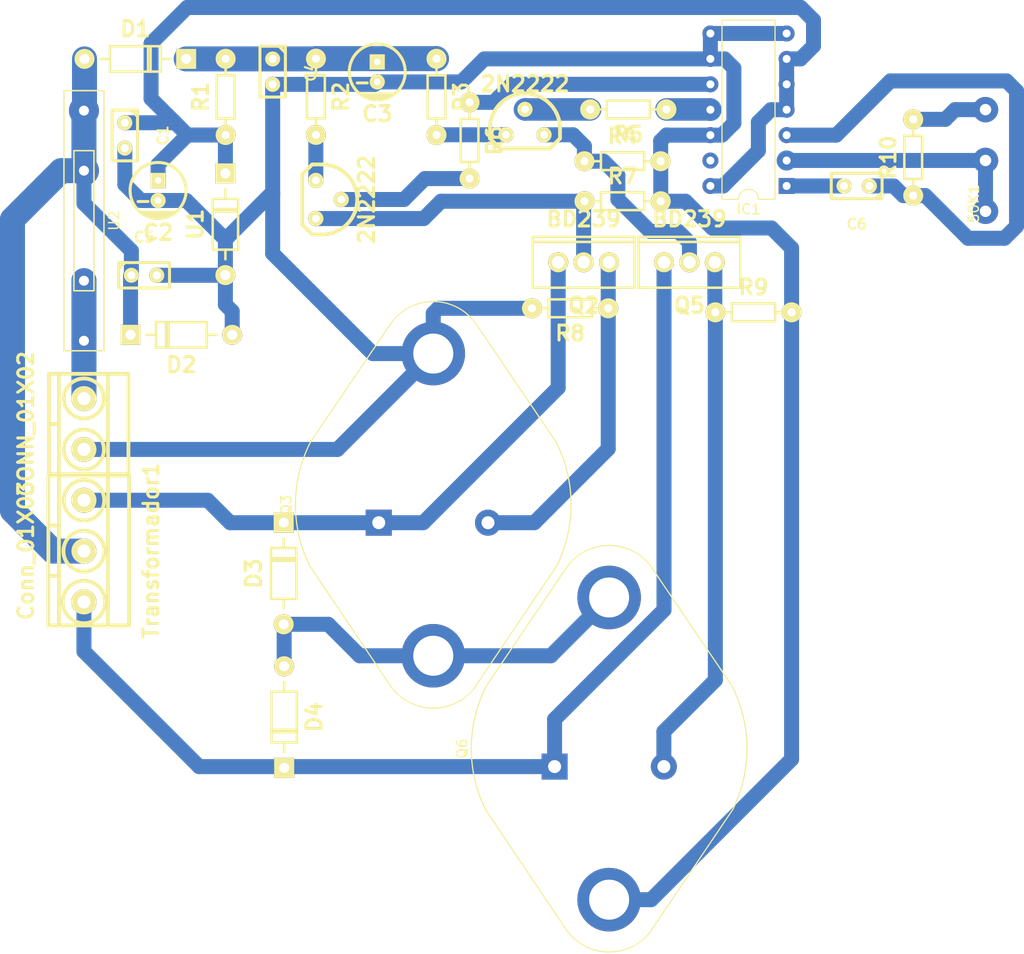
<source format=kicad_pcb>
(kicad_pcb (version 20211014) (generator pcbnew)
  (layers (0 "F.Cu" signal) (31 "B.Cu" signal) (34 "B.Paste" user) (35 "F.Paste" user) (36 "B.SilkS" user "B.Silkscreen") (37 "F.SilkS" user "F.Silkscreen") (38 "B.Mask" user) (39 "F.Mask" user) (44 "Edge.Cuts" user))
  (net 0 "")
  (net 1 "VCC")
  (net 2 "GND")
  (net 3 "Net-(50K1-Pad1)")
  (net 4 "Net-(50K1-Pad2)")
  (net 5 "Net-(C1-Pad1)")
  (net 6 "Net-(C3-Pad1)")
  (net 7 "Net-(C5-Pad1)")
  (net 8 "Net-(C6-Pad1)")
  (net 9 "Net-(C6-Pad2)")
  (net 10 "Net-(D4-Pad2)")
  (net 11 "Net-(D3-Pad2)")
  (net 12 "Net-(IC1-Pad10)")
  (net 14 "Net-(Q2-Pad3)")
  (net 15 "Net-(Q1-Pad3)")
  (net 16 "Net-(Q5-Pad3)")
  (net 17 "Net-(Q4-Pad3)")
  (net 18 "Net-(Q1-Pad1)")
  (net 19 "Net-(Q4-Pad1)")
  (net 20 "Net-(Q4-Pad2)")
  (net 21 "Net-(Q1-Pad2)")
  (net 22 "Net-(IC1-Pad11)")
  (footprint "EESTN5:RES0.3" (layer "F.Cu") (at 76.525 96.835 -90)
    (fp_text reference "R2" (at 0 -2.5 90) (layer "F.SilkS") (effects (font (size 1.5 1.5) (thickness 0.3))))
    (fp_text value "100 1/2W" hide)
    (fp_line (start -2.159 0.889) (end 2.159 0.889) (layer "F.SilkS") (width 0.254))
    (fp_line (start 2.159 -0.889) (end -2.159 -0.889) (layer "F.SilkS") (width 0.254))
    (fp_line (start -2.159 -0.889) (end -2.159 0.889) (layer "F.SilkS") (width 0.254))
    (fp_line (start -2.159 0) (end -3.81 0) (layer "F.SilkS") (width 0.254))
    (fp_line (start 2.159 0) (end 3.81 0) (layer "F.SilkS") (width 0.254))
    (fp_line (start 2.159 0.889) (end 2.159 -0.889) (layer "F.SilkS") (width 0.254))
    (pad "1" thru_hole circle locked (at -3.81 0 270) (size 1.99898 1.99898) (drill 0.8001) (layers *.Cu *.Mask "F.SilkS") (net 6 "Net-(C3-Pad1)"))
    (pad "2" thru_hole circle locked (at 3.81 0 270) (size 1.99898 1.99898) (drill 0.8001) (layers *.Cu *.Mask "F.SilkS") (net 18 "Net-(Q1-Pad1)"))
  )
  (footprint "EESTN5:TO-220" (layer "F.Cu") (at 113.85 113.375)
    (fp_text reference "Q5" (at 0 4.318) (layer "F.SilkS") (effects (font (size 1.524 1.524) (thickness 0.3048))))
    (fp_text value "BD239" (at 0 -4.318) (layer "F.SilkS") (effects (font (size 1.524 1.524) (thickness 0.3048))))
    (fp_line (start 5.08 2.54) (end 5.08 -2.54) (layer "F.SilkS") (width 0.254))
    (fp_line (start -5.08 -2.032) (end 5.08 -2.032) (layer "F.SilkS") (width 0.254))
    (fp_line (start 5.08 -2.54) (end -5.08 -2.54) (layer "F.SilkS") (width 0.254))
    (fp_line (start -5.08 2.54) (end 5.08 2.54) (layer "F.SilkS") (width 0.254))
    (fp_line (start -5.08 -2.54) (end -5.08 -1.27) (layer "F.SilkS") (width 0.254))
    (fp_line (start -5.08 -1.27) (end -5.08 2.54) (layer "F.SilkS") (width 0.254))
    (pad "1" thru_hole circle locked (at -2.54 0) (size 2 2) (drill 1.24968) (layers *.Cu *.Mask "F.SilkS") (net 10 "Net-(D4-Pad2)"))
    (pad "2" thru_hole circle locked (at 0 0) (size 2 2) (drill 1.24968) (layers *.Cu *.Mask "F.SilkS") (net 17 "Net-(Q4-Pad3)"))
    (pad "3" thru_hole circle locked (at 2.54 0) (size 2 2) (drill 1.24968) (layers *.Cu *.Mask "F.SilkS") (net 16 "Net-(Q5-Pad3)"))
  )
  (footprint "EESTN5:FUSIBLE" (layer "F.Cu") (at 53.34 109.22 -90)
    (fp_text reference "U2" (at 0 -3 90) (layer "F.SilkS"))
    (fp_text value "FUSIBLE")
    (fp_line (start -13 2) (end 13 2) (layer "F.SilkS") (width 0.15))
    (fp_line (start 7 1) (end -6 1) (layer "F.SilkS") (width 0.15))
    (fp_line (start -7 1) (end -7 -1) (layer "F.SilkS") (width 0.15))
    (fp_line (start 12 -2) (end -13 -2) (layer "F.SilkS") (width 0.15))
    (fp_line (start 7 -1) (end 7 1) (layer "F.SilkS") (width 0.15))
    (fp_line (start -6 1) (end -7 1) (layer "F.SilkS") (width 0.15))
    (fp_line (start -7 -1) (end 7 -1) (layer "F.SilkS") (width 0.15))
    (fp_line (start -13 -2) (end -13 2) (layer "F.SilkS") (width 0.15))
    (fp_line (start 13 2) (end 13 -2) (layer "F.SilkS") (width 0.15))
    (fp_line (start 13 -2) (end 12 -2) (layer "F.SilkS") (width 0.15))
    (pad "1" thru_hole circle locked (at -11 0 270) (size 3 3) (drill 1) (layers *.Cu *.Mask) (net 7 "Net-(C5-Pad1)"))
    (pad "1" thru_hole circle locked (at -5 0 270) (size 3 3) (drill 1) (layers *.Cu *.Mask) (net 7 "Net-(C5-Pad1)"))
    (pad "2" thru_hole circle locked (at 6 0 270) (size 2.5 2.5) (drill 1) (layers *.Cu *.Mask) (net 1 "VCC"))
    (pad "2" thru_hole circle locked (at 12 0 270) (size 2.5 2.5) (drill 1) (layers *.Cu *.Mask) (net 1 "VCC"))
  )
  (footprint "EESTN5:RES0.3" (layer "F.Cu") (at 88.575 96.85 -90)
    (fp_text reference "R3" (at 0 -2.5 90) (layer "F.SilkS") (effects (font (size 1.5 1.5) (thickness 0.3))))
    (fp_text value "100 1/2W" hide)
    (fp_line (start 2.159 -0.889) (end -2.159 -0.889) (layer "F.SilkS") (width 0.254))
    (fp_line (start 2.159 0.889) (end 2.159 -0.889) (layer "F.SilkS") (width 0.254))
    (fp_line (start 2.159 0) (end 3.81 0) (layer "F.SilkS") (width 0.254))
    (fp_line (start -2.159 0.889) (end 2.159 0.889) (layer "F.SilkS") (width 0.254))
    (fp_line (start -2.159 0) (end -3.81 0) (layer "F.SilkS") (width 0.254))
    (fp_line (start -2.159 -0.889) (end -2.159 0.889) (layer "F.SilkS") (width 0.254))
    (pad "1" thru_hole circle locked (at -3.81 0 270) (size 1.99898 1.99898) (drill 0.8001) (layers *.Cu *.Mask "F.SilkS") (net 6 "Net-(C3-Pad1)"))
    (pad "2" thru_hole circle locked (at 3.81 0 270) (size 1.99898 1.99898) (drill 0.8001) (layers *.Cu *.Mask "F.SilkS") (net 19 "Net-(Q4-Pad1)"))
  )
  (footprint "EESTN5:CAP_ELEC_5x11mm" (layer "F.Cu") (at 82.65 94.35 180)
    (fp_text reference "C3" (at 0 -4.2) (layer "F.SilkS") (effects (font (size 1.524 1.524) (thickness 0.3048))))
    (fp_text value "100uf" hide)
    (fp_line (start -0.8 -2.6) (end 0.8 -2.6) (layer "F.SilkS") (width 0.3048))
    (fp_line (start -1.3 -2.4) (end 1.3 -2.4) (layer "F.SilkS") (width 0.3048))
    (fp_line (start 1 -1.1) (end 2 -1.1) (layer "F.SilkS") (width 0.3))
    (fp_line (start -1.7 -2.2) (end 1.7 -2.2) (layer "F.SilkS") (width 0.3048))
    (fp_circle (center 0 0) (end 2.8 0) (layer "F.SilkS") (width 0.3048) (fill none))
    (pad "1" thru_hole rect locked (at 0 1 180) (size 1.524 1.524) (drill 0.65) (layers *.Cu *.Mask "F.SilkS") (net 6 "Net-(C3-Pad1)"))
    (pad "2" thru_hole circle locked (at 0 -1 180) (size 1.524 1.524) (drill 0.65) (layers *.Cu *.Mask "F.SilkS") (net 2 "GND"))
  )
  (footprint "EESTN5:Potenciometro" (layer "F.Cu") (at 143.44 103.2 -90)
    (fp_text reference "50K1" (at 4.33 1.17 90) (layer "F.SilkS"))
    (fp_text value "POT")
    (pad "1" thru_hole circle locked (at -5.08 0 270) (size 2.54 2.54) (drill 1.143) (layers *.Cu *.Mask) (net 3 "Net-(50K1-Pad1)"))
    (pad "2" thru_hole circle locked (at 0 0 270) (size 2.54 2.54) (drill 1.143) (layers *.Cu *.Mask) (net 4 "Net-(50K1-Pad2)"))
    (pad "3" thru_hole circle locked (at 5.08 0 270) (size 2.54 2.54) (drill 1.143) (layers *.Cu *.Mask) (net 4 "Net-(50K1-Pad2)"))
  )
  (footprint "EESTN5:RES0.3" (layer "F.Cu") (at 67.5 96.85 90)
    (fp_text reference "R1" (at 0 -2.5 90) (layer "F.SilkS") (effects (font (size 1.5 1.5) (thickness 0.3))))
    (fp_text value "220" hide)
    (fp_line (start -2.159 -0.889) (end -2.159 0.889) (layer "F.SilkS") (width 0.254))
    (fp_line (start -2.159 0.889) (end 2.159 0.889) (layer "F.SilkS") (width 0.254))
    (fp_line (start 2.159 -0.889) (end -2.159 -0.889) (layer "F.SilkS") (width 0.254))
    (fp_line (start -2.159 0) (end -3.81 0) (layer "F.SilkS") (width 0.254))
    (fp_line (start 2.159 0) (end 3.81 0) (layer "F.SilkS") (width 0.254))
    (fp_line (start 2.159 0.889) (end 2.159 -0.889) (layer "F.SilkS") (width 0.254))
    (pad "1" thru_hole circle locked (at -3.81 0 90) (size 1.99898 1.99898) (drill 0.8001) (layers *.Cu *.Mask "F.SilkS") (net 5 "Net-(C1-Pad1)"))
    (pad "2" thru_hole circle locked (at 3.81 0 90) (size 1.99898 1.99898) (drill 0.8001) (layers *.Cu *.Mask "F.SilkS") (net 6 "Net-(C3-Pad1)"))
  )
  (footprint "EESTN5:RES0.3" (layer "F.Cu") (at 107.74 98.1 180)
    (fp_text reference "R5" (at 0 -2.5) (layer "F.SilkS") (effects (font (size 1.5 1.5) (thickness 0.3))))
    (fp_text value "1K" hide)
    (fp_line (start 2.159 -0.889) (end -2.159 -0.889) (layer "F.SilkS") (width 0.254))
    (fp_line (start 2.159 0) (end 3.81 0) (layer "F.SilkS") (width 0.254))
    (fp_line (start 2.159 0.889) (end 2.159 -0.889) (layer "F.SilkS") (width 0.254))
    (fp_line (start -2.159 0.889) (end 2.159 0.889) (layer "F.SilkS") (width 0.254))
    (fp_line (start -2.159 0) (end -3.81 0) (layer "F.SilkS") (width 0.254))
    (fp_line (start -2.159 -0.889) (end -2.159 0.889) (layer "F.SilkS") (width 0.254))
    (pad "1" thru_hole circle locked (at -3.81 0 180) (size 1.99898 1.99898) (drill 0.8001) (layers *.Cu *.Mask "F.SilkS") (net 22 "Net-(IC1-Pad11)"))
    (pad "2" thru_hole circle locked (at 3.81 0 180) (size 1.99898 1.99898) (drill 0.8001) (layers *.Cu *.Mask "F.SilkS") (net 20 "Net-(Q4-Pad2)"))
  )
  (footprint "EESTN5:DO-41" (layer "F.Cu") (at 58.475 93.05)
    (fp_text reference "D1" (at 0 -3) (layer "F.SilkS") (effects (font (size 1.524 1.524) (thickness 0.3048))))
    (fp_text value "1N4004" hide)
    (fp_line (start 1.27 -1.27) (end 1.27 1.27) (layer "F.SilkS") (width 0.254))
    (fp_line (start -2.54 -1.27) (end 2.54 -1.27) (layer "F.SilkS") (width 0.254))
    (fp_line (start 1.524 1.27) (end 1.524 -1.27) (layer "F.SilkS") (width 0.254))
    (fp_line (start 2.54 -1.27) (end 2.54 1.27) (layer "F.SilkS") (width 0.254))
    (fp_line (start -2.54 0) (end -3.5 0) (layer "F.SilkS") (width 0.254))
    (fp_line (start 3.5 0) (end 2.54 0) (layer "F.SilkS") (width 0.254))
    (fp_line (start -2.54 -1.27) (end -2.54 1.27) (layer "F.SilkS") (width 0.254))
    (fp_line (start 2.54 1.27) (end -2.54 1.27) (layer "F.SilkS") (width 0.254))
    (pad "1" thru_hole circle locked (at -5.08 0) (size 1.99898 1.99898) (drill 1.00076) (layers *.Cu *.Mask "F.SilkS") (net 7 "Net-(C5-Pad1)"))
    (pad "2" thru_hole rect locked (at 5.08 0) (size 1.99898 1.99898) (drill 1.00076) (layers *.Cu *.Mask "F.SilkS") (net 6 "Net-(C3-Pad1)"))
  )
  (footprint "Package_TO_SOT_THT:TO-3" (layer "F.Cu") (at 82.8 139.4 90)
    (fp_text reference "Q3" (at 1.8 -9.25 90) (layer "F.SilkS"))
    (fp_text value "2N3772")
    (fp_line (start 8.1 17.7) (end 19.9 9.7) (layer "F.SilkS") (width 0.12))
    (fp_line (start -4.3 -6.9) (end -16.2 1.1) (layer "F.SilkS") (width 0.12))
    (fp_line (start 8.1 -6.8) (end 19.9 1.2) (layer "F.SilkS") (width 0.12))
    (fp_line (start -4.3 17.8) (end -16.3 9.7) (layer "F.SilkS") (width 0.12))
    (fp_arc (start -4.3 -6.9) (mid 1.971643 -8.323273) (end 8.20587 -6.744152) (layer "F.SilkS") (width 0.12))
    (fp_arc (start -16.276967 9.747694) (mid -18.527843 5.403471) (end -16.2 1.1) (layer "F.SilkS") (width 0.12))
    (fp_arc (start 8.20587 17.644152) (mid 1.971643 19.223273) (end -4.3 17.8) (layer "F.SilkS") (width 0.12))
    (fp_arc (start 19.9 1.2) (mid 22.101343 5.542388) (end 19.747176 9.803859) (layer "F.SilkS") (width 0.12))
    (pad "1" thru_hole rect (at 0 0 90) (size 2.6 2.6) (drill 1.3) (layers *.Cu *.Mask) (net 11 "Net-(D3-Pad2)"))
    (pad "2" thru_hole circle (at 0 10.92 90) (size 2.6 2.6) (drill 1.3) (layers *.Cu *.Mask) (net 14 "Net-(Q2-Pad3)"))
    (pad "3" thru_hole circle (at -13.3 5.45 90) (size 6.35 6.35) (drill 4) (layers *.Cu *.Mask) (net 2 "GND"))
    (pad "3" thru_hole circle (at 16.9 5.45 90) (size 6.35 6.35) (drill 4) (layers *.Cu *.Mask) (net 2 "GND"))
  )
  (footprint "EESTN5:to92" (layer "F.Cu") (at 97.415 100)
    (fp_text reference "Q4" hide)
    (fp_text value "2N2222" (at 0 -4.445) (layer "F.SilkS") (effects (font (size 1.524 1.524) (thickness 0.3048))))
    (fp_line (start 2.54 2) (end -2.54 2) (layer "F.SilkS") (width 0.381))
    (fp_line (start 3.5 1) (end 3.5 0) (layer "F.SilkS") (width 0.381))
    (fp_line (start -3.5 1) (end -3.5 0) (layer "F.SilkS") (width 0.381))
    (fp_line (start 2.5 2) (end 3.5 1) (layer "F.SilkS") (width 0.381))
    (fp_line (start -2.5 2) (end -3.5 1) (layer "F.SilkS") (width 0.381))
    (fp_arc (start -3.5 0) (mid 0 -3.5) (end 3.5 0) (layer "F.SilkS") (width 0.381))
    (pad "1" thru_hole circle locked (at -1.905 0.635) (size 1.524 1.524) (drill 0.762) (layers *.Cu *.Mask "F.SilkS") (net 19 "Net-(Q4-Pad1)"))
    (pad "2" thru_hole circle locked (at 0 -1.905) (size 1.524 1.524) (drill 0.762) (layers *.Cu *.Mask "F.SilkS") (net 20 "Net-(Q4-Pad2)"))
    (pad "3" thru_hole circle locked (at 1.905 0.635) (size 1.524 1.524) (drill 0.762) (layers *.Cu *.Mask "F.SilkS") (net 17 "Net-(Q4-Pad3)"))
  )
  (footprint "EESTN5:RES0.3" (layer "F.Cu") (at 107.175 107.275)
    (fp_text reference "R7" (at 0 -2.5) (layer "F.SilkS") (effects (font (size 1.5 1.5) (thickness 0.3))))
    (fp_text value "1K" hide)
    (fp_line (start -2.159 0) (end -3.81 0) (layer "F.SilkS") (width 0.254))
    (fp_line (start 2.159 0) (end 3.81 0) (layer "F.SilkS") (width 0.254))
    (fp_line (start -2.159 0.889) (end 2.159 0.889) (layer "F.SilkS") (width 0.254))
    (fp_line (start 2.159 -0.889) (end -2.159 -0.889) (layer "F.SilkS") (width 0.254))
    (fp_line (start 2.159 0.889) (end 2.159 -0.889) (layer "F.SilkS") (width 0.254))
    (fp_line (start -2.159 -0.889) (end -2.159 0.889) (layer "F.SilkS") (width 0.254))
    (pad "1" thru_hole circle locked (at -3.81 0) (size 1.99898 1.99898) (drill 0.8001) (layers *.Cu *.Mask "F.SilkS") (net 15 "Net-(Q1-Pad3)"))
    (pad "2" thru_hole circle locked (at 3.81 0) (size 1.99898 1.99898) (drill 0.8001) (layers *.Cu *.Mask "F.SilkS") (net 2 "GND"))
  )
  (footprint "EESTN5:RES0.3" (layer "F.Cu") (at 120.25 118.375)
    (fp_text reference "R9" (at 0 -2.5) (layer "F.SilkS") (effects (font (size 1.5 1.5) (thickness 0.3))))
    (fp_text value "6.8 1W" hide)
    (fp_line (start 2.159 -0.889) (end -2.159 -0.889) (layer "F.SilkS") (width 0.254))
    (fp_line (start -2.159 0) (end -3.81 0) (layer "F.SilkS") (width 0.254))
    (fp_line (start 2.159 0) (end 3.81 0) (layer "F.SilkS") (width 0.254))
    (fp_line (start -2.159 -0.889) (end -2.159 0.889) (layer "F.SilkS") (width 0.254))
    (fp_line (start -2.159 0.889) (end 2.159 0.889) (layer "F.SilkS") (width 0.254))
    (fp_line (start 2.159 0.889) (end 2.159 -0.889) (layer "F.SilkS") (width 0.254))
    (pad "1" thru_hole circle locked (at -3.81 0) (size 1.99898 1.99898) (drill 0.8001) (layers *.Cu *.Mask "F.SilkS") (net 16 "Net-(Q5-Pad3)"))
    (pad "2" thru_hole circle locked (at 3.81 0) (size 1.99898 1.99898) (drill 0.8001) (layers *.Cu *.Mask "F.SilkS") (net 2 "GND"))
  )
  (footprint "Package_DIP:DIP-14_W7.62mm" (layer "F.Cu") (at 123.565 105.75 180)
    (fp_text reference "IC1" (at 3.81 -2.33) (layer "F.SilkS"))
    (fp_text value "4047")
    (fp_line (start 2.81 -1.33) (end 1.16 -1.33) (layer "F.SilkS") (width 0.12))
    (fp_line (start 6.46 -1.33) (end 4.81 -1.33) (layer "F.SilkS") (width 0.12))
    (fp_line (start 1.16 -1.33) (end 1.16 16.57) (layer "F.SilkS") (width 0.12))
    (fp_line (start 1.16 16.57) (end 6.46 16.57) (layer "F.SilkS") (width 0.12))
    (fp_line (start 6.46 16.57) (end 6.46 -1.33) (layer "F.SilkS") (width 0.12))
    (fp_arc (start 4.81 -1.33) (mid 3.81 -0.33) (end 2.81 -1.33) (layer "F.SilkS") (width 0.12))
    (pad "1" thru_hole rect (at 0 0 180) (size 1.6 1.6) (drill 0.8) (layers *.Cu *.Mask) (net 9 "Net-(C6-Pad2)"))
    (pad "2" thru_hole oval (at 0 2.54 180) (size 1.6 1.6) (drill 0.8) (layers *.Cu *.Mask) (net 4 "Net-(50K1-Pad2)"))
    (pad "3" thru_hole oval (at 0 5.08 180) (size 1.6 1.6) (drill 0.8) (layers *.Cu *.Mask) (net 8 "Net-(C6-Pad1)"))
    (pad "4" thru_hole oval (at 0 7.62 180) (size 1.6 1.6) (drill 0.8) (layers *.Cu *.Mask) (net 5 "Net-(C1-Pad1)"))
    (pad "5" thru_hole oval (at 0 10.16 180) (size 1.6 1.6) (drill 0.8) (layers *.Cu *.Mask) (net 5 "Net-(C1-Pad1)"))
    (pad "6" thru_hole oval (at 0 12.7 180) (size 1.6 1.6) (drill 0.8) (layers *.Cu *.Mask) (net 5 "Net-(C1-Pad1)"))
    (pad "7" thru_hole oval (at 0 15.24 180) (size 1.6 1.6) (drill 0.8) (layers *.Cu *.Mask) (net 2 "GND"))
    (pad "8" thru_hole oval (at 7.62 15.24 180) (size 1.6 1.6) (drill 0.8) (layers *.Cu *.Mask) (net 2 "GND"))
    (pad "9" thru_hole oval (at 7.62 12.7 180) (size 1.6 1.6) (drill 0.8) (layers *.Cu *.Mask) (net 2 "GND"))
    (pad "10" thru_hole oval (at 7.62 10.16 180) (size 1.6 1.6) (drill 0.8) (layers *.Cu *.Mask) (net 12 "Net-(IC1-Pad10)"))
    (pad "11" thru_hole oval (at 7.62 7.62 180) (size 1.6 1.6) (drill 0.8) (layers *.Cu *.Mask) (net 22 "Net-(IC1-Pad11)"))
    (pad "12" thru_hole oval (at 7.62 5.08 180) (size 1.6 1.6) (drill 0.8) (layers *.Cu *.Mask) (net 2 "GND"))
    (pad "13" thru_hole oval (at 7.62 2.54 180) (size 1.6 1.6) (drill 0.8) (layers *.Cu *.Mask))
    (pad "14" thru_hole oval (at 7.62 0 180) (size 1.6 1.6) (drill 0.8) (layers *.Cu *.Mask) (net 5 "Net-(C1-Pad1)"))
  )
  (footprint "EESTN5:CAP_0.1" (layer "F.Cu") (at 57.425 100.7 -90)
    (fp_text reference "C1" (at 0 -3.81 90) (layer "F.SilkS") (effects (font (size 1.016 1.016) (thickness 0.2032))))
    (fp_text value "10nf" hide)
    (fp_line (start 2.54 -1.27) (end 2.54 1.27) (layer "F.SilkS") (width 0.3048))
    (fp_line (start 2.54 1.27) (end -2.54 1.27) (layer "F.SilkS") (width 0.3048))
    (fp_line (start -2.54 1.27) (end -2.54 -1.27) (layer "F.SilkS") (width 0.3048))
    (fp_line (start -2.4892 -1.27) (end 2.54 -1.27) (layer "F.SilkS") (width 0.3048))
    (fp_line (start -2.54 -0.635) (end -1.905 -1.27) (layer "F.SilkS") (width 0.3048))
    (pad "1" thru_hole circle locked (at -1.27 0 270) (size 1.50114 1.50114) (drill 0.8001) (layers *.Cu *.Mask "F.SilkS") (net 5 "Net-(C1-Pad1)"))
    (pad "2" thru_hole circle locked (at 1.27 0 270) (size 1.50114 1.50114) (drill 0.8001) (layers *.Cu *.Mask "F.SilkS") (net 2 "GND"))
  )
  (footprint "EESTN5:CAP_ELEC_5x11mm" (layer "F.Cu") (at 60.75 106.2 180)
    (fp_text reference "C2" (at 0 -4.2) (layer "F.SilkS") (effects (font (size 1.524 1.524) (thickness 0.3048))))
    (fp_text value "47uf" hide)
    (fp_line (start -0.8 -2.6) (end 0.8 -2.6) (layer "F.SilkS") (width 0.3048))
    (fp_line (start 1 -1.1) (end 2 -1.1) (layer "F.SilkS") (width 0.3))
    (fp_line (start -1.7 -2.2) (end 1.7 -2.2) (layer "F.SilkS") (width 0.3048))
    (fp_line (start -1.3 -2.4) (end 1.3 -2.4) (layer "F.SilkS") (width 0.3048))
    (fp_circle (center 0 0) (end 2.8 0) (layer "F.SilkS") (width 0.3048) (fill none))
    (pad "1" thru_hole rect locked (at 0 1 180) (size 1.524 1.524) (drill 0.65) (layers *.Cu *.Mask "F.SilkS") (net 5 "Net-(C1-Pad1)"))
    (pad "2" thru_hole circle locked (at 0 -1 180) (size 1.524 1.524) (drill 0.65) (layers *.Cu *.Mask "F.SilkS") (net 2 "GND"))
  )
  (footprint "EESTN5:CAP_0.1" (layer "F.Cu") (at 59.35 114.675)
    (fp_text reference "C5" (at 0 -3.81) (layer "F.SilkS") (effects (font (size 1.016 1.016) (thickness 0.2032))))
    (fp_text value "470n" hide)
    (fp_line (start -2.54 -0.635) (end -1.905 -1.27) (layer "F.SilkS") (width 0.3048))
    (fp_line (start 2.54 1.27) (end -2.54 1.27) (layer "F.SilkS") (width 0.3048))
    (fp_line (start 2.54 -1.27) (end 2.54 1.27) (layer "F.SilkS") (width 0.3048))
    (fp_line (start -2.54 1.27) (end -2.54 -1.27) (layer "F.SilkS") (width 0.3048))
    (fp_line (start -2.4892 -1.27) (end 2.54 -1.27) (layer "F.SilkS") (width 0.3048))
    (pad "1" thru_hole circle locked (at -1.27 0) (size 1.50114 1.50114) (drill 0.8001) (layers *.Cu *.Mask "F.SilkS") (net 7 "Net-(C5-Pad1)"))
    (pad "2" thru_hole circle locked (at 1.27 0) (size 1.50114 1.50114) (drill 0.8001) (layers *.Cu *.Mask "F.SilkS") (net 2 "GND"))
  )
  (footprint "EESTN5:RES0.3" (layer "F.Cu") (at 107.165 103.275)
    (fp_text reference "R4" (at 0 -2.5) (layer "F.SilkS") (effects (font (size 1.5 1.5) (thickness 0.3))))
    (fp_text value "1K" hide)
    (fp_line (start -2.159 -0.889) (end -2.159 0.889) (layer "F.SilkS") (width 0.254))
    (fp_line (start 2.159 0.889) (end 2.159 -0.889) (layer "F.SilkS") (width 0.254))
    (fp_line (start -2.159 0) (end -3.81 0) (layer "F.SilkS") (width 0.254))
    (fp_line (start 2.159 0) (end 3.81 0) (layer "F.SilkS") (width 0.254))
    (fp_line (start -2.159 0.889) (end 2.159 0.889) (layer "F.SilkS") (width 0.254))
    (fp_line (start 2.159 -0.889) (end -2.159 -0.889) (layer "F.SilkS") (width 0.254))
    (pad "1" thru_hole circle locked (at -3.81 0) (size 1.99898 1.99898) (drill 0.8001) (layers *.Cu *.Mask "F.SilkS") (net 17 "Net-(Q4-Pad3)"))
    (pad "2" thru_hole circle locked (at 3.81 0) (size 1.99898 1.99898) (drill 0.8001) (layers *.Cu *.Mask "F.SilkS") (net 2 "GND"))
  )
  (footprint "EESTN5:DO-41" (layer "F.Cu") (at 63.075 120.625 180)
    (fp_text reference "D2" (at 0 -3) (layer "F.SilkS") (effects (font (size 1.524 1.524) (thickness 0.3048))))
    (fp_text value "5A" hide)
    (fp_line (start 2.54 1.27) (end -2.54 1.27) (layer "F.SilkS") (width 0.254))
    (fp_line (start 2.54 -1.27) (end 2.54 1.27) (layer "F.SilkS") (width 0.254))
    (fp_line (start -2.54 -1.27) (end 2.54 -1.27) (layer "F.SilkS") (width 0.254))
    (fp_line (start 1.524 1.27) (end 1.524 -1.27) (layer "F.SilkS") (width 0.254))
    (fp_line (start 1.27 -1.27) (end 1.27 1.27) (layer "F.SilkS") (width 0.254))
    (fp_line (start -2.54 -1.27) (end -2.54 1.27) (layer "F.SilkS") (width 0.254))
    (fp_line (start 3.5 0) (end 2.54 0) (layer "F.SilkS") (width 0.254))
    (fp_line (start -2.54 0) (end -3.5 0) (layer "F.SilkS") (width 0.254))
    (pad "1" thru_hole circle locked (at -5.08 0 180) (size 1.99898 1.99898) (drill 1.00076) (layers *.Cu *.Mask "F.SilkS") (net 2 "GND"))
    (pad "2" thru_hole rect locked (at 5.08 0 180) (size 1.99898 1.99898) (drill 1.00076) (layers *.Cu *.Mask "F.SilkS") (net 7 "Net-(C5-Pad1)"))
  )
  (footprint "EESTN5:DO-41" (layer "F.Cu") (at 73.3 144.475 90)
    (fp_text reference "D3" (at 0 -3 90) (layer "F.SilkS") (effects (font (size 1.524 1.524) (thickness 0.3048))))
    (fp_text value "1N4004" hide)
    (fp_line (start -2.54 -1.27) (end -2.54 1.27) (layer "F.SilkS") (width 0.254))
    (fp_line (start 3.5 0) (end 2.54 0) (layer "F.SilkS") (width 0.254))
    (fp_line (start 1.27 -1.27) (end 1.27 1.27) (layer "F.SilkS") (width 0.254))
    (fp_line (start -2.54 0) (end -3.5 0) (layer "F.SilkS") (width 0.254))
    (fp_line (start -2.54 -1.27) (end 2.54 -1.27) (layer "F.SilkS") (width 0.254))
    (fp_line (start 1.524 1.27) (end 1.524 -1.27) (layer "F.SilkS") (width 0.254))
    (fp_line (start 2.54 -1.27) (end 2.54 1.27) (layer "F.SilkS") (width 0.254))
    (fp_line (start 2.54 1.27) (end -2.54 1.27) (layer "F.SilkS") (width 0.254))
    (pad "1" thru_hole circle locked (at -5.08 0 90) (size 1.99898 1.99898) (drill 1.00076) (layers *.Cu *.Mask "F.SilkS") (net 2 "GND"))
    (pad "2" thru_hole rect locked (at 5.08 0 90) (size 1.99898 1.99898) (drill 1.00076) (layers *.Cu *.Mask "F.SilkS") (net 11 "Net-(D3-Pad2)"))
  )
  (footprint "EESTN5:BORNERA3_AZUL" (layer "F.Cu") (at 53.34 142.24 -90)
    (fp_text reference "Transformador1" (at -0.05 -6.7 90) (layer "F.SilkS") (effects (font (size 1.5 1.5) (thickness 0.3))))
    (fp_text value "Conn_01X03" (at -0.05 5.8 90) (layer "F.SilkS") (effects (font (size 1.5 1.5) (thickness 0.3))))
    (fp_line (start -7.5565 -4.5085) (end -7.5565 3.556) (layer "F.SilkS") (width 0.381))
    (fp_line (start -7.5565 3.556) (end 7.4295 3.556) (layer "F.SilkS") (width 0.381))
    (fp_line (start -7.55 -2.4) (end 7.45 -2.4) (layer "F.SilkS") (width 0.381))
    (fp_line (start 2.4765 2.4765) (end 2.4765 3.4925) (layer "F.SilkS") (width 0.381))
    (fp_line (start 7.4295 3.556) (end 7.4295 -4.5085) (layer "F.SilkS") (width 0.381))
    (fp_line (start 7.45 -4.5085) (end -7.55 -4.5085) (layer "F.SilkS") (width 0.381))
    (fp_line (start -7.55 2.5) (end 7.45 2.5) (layer "F.SilkS") (width 0.381))
    (fp_line (start -2.54 2.4765) (end -2.55 3.539347) (layer "F.SilkS") (width 0.381))
    (fp_circle (center -5.08 0) (end -3.05 0) (layer "F.SilkS") (width 0.381) (fill none))
    (fp_circle (center 0 0) (end -2.05 0) (layer "F.SilkS") (width 0.381) (fill none))
    (fp_circle (center 5.08 0) (end 2.95 0) (layer "F.SilkS") (width 0.381) (fill none))
    (pad "1" thru_hole circle locked (at -5.08 0 270) (size 2.5 2.5) (drill 1.3) (layers *.Cu *.Mask "F.SilkS") (net 11 "Net-(D3-Pad2)"))
    (pad "2" thru_hole circle locked (at 0 0 270) (size 2.5 2.5) (drill 1.3) (layers *.Cu *.Mask "F.SilkS") (net 7 "Net-(C5-Pad1)"))
    (pad "3" thru_hole circle locked (at 5.08 0 270) (size 2.5 2.5) (drill 1.3) (layers *.Cu *.Mask "F.SilkS") (net 10 "Net-(D4-Pad2)"))
  )
  (footprint "EESTN5:CAP_0.1" (layer "F.Cu") (at 72.2 94.325 -90)
    (fp_text reference "C4" (at 0 -3.81 90) (layer "F.SilkS") (effects (font (size 1.016 1.016) (thickness 0.2032))))
    (fp_text value "100n" hide)
    (fp_line (start -2.54 -0.635) (end -1.905 -1.27) (layer "F.SilkS") (width 0.3048))
    (fp_line (start 2.54 -1.27) (end 2.54 1.27) (layer "F.SilkS") (width 0.3048))
    (fp_line (start 2.54 1.27) (end -2.54 1.27) (layer "F.SilkS") (width 0.3048))
    (fp_line (start -2.54 1.27) (end -2.54 -1.27) (layer "F.SilkS") (width 0.3048))
    (fp_line (start -2.4892 -1.27) (end 2.54 -1.27) (layer "F.SilkS") (width 0.3048))
    (pad "1" thru_hole circle locked (at -1.27 0 270) (size 1.50114 1.50114) (drill 0.8001) (layers *.Cu *.Mask "F.SilkS") (net 6 "Net-(C3-Pad1)"))
    (pad "2" thru_hole circle locked (at 1.27 0 270) (size 1.50114 1.50114) (drill 0.8001) (layers *.Cu *.Mask "F.SilkS") (net 2 "GND"))
  )
  (footprint "EESTN5:RES0.3" (layer "F.Cu") (at 101.925 117.975 180)
    (fp_text reference "R8" (at 0 -2.5) (layer "F.SilkS") (effects (font (size 1.5 1.5) (thickness 0.3))))
    (fp_text value "6.8 1W" hide)
    (fp_line (start -2.159 -0.889) (end -2.159 0.889) (layer "F.SilkS") (width 0.254))
    (fp_line (start 2.159 0) (end 3.81 0) (layer "F.SilkS") (width 0.254))
    (fp_line (start -2.159 0.889) (end 2.159 0.889) (layer "F.SilkS") (width 0.254))
    (fp_line (start 2.159 0.889) (end 2.159 -0.889) (layer "F.SilkS") (width 0.254))
    (fp_line (start -2.159 0) (end -3.81 0) (layer "F.SilkS") (width 0.254))
    (fp_line (start 2.159 -0.889) (end -2.159 -0.889) (layer "F.SilkS") (width 0.254))
    (pad "1" thru_hole circle locked (at -3.81 0 180) (size 1.99898 1.99898) (drill 0.8001) (layers *.Cu *.Mask "F.SilkS") (net 14 "Net-(Q2-Pad3)"))
    (pad "2" thru_hole circle locked (at 3.81 0 180) (size 1.99898 1.99898) (drill 0.8001) (layers *.Cu *.Mask "F.SilkS") (net 2 "GND"))
  )
  (footprint "EESTN5:BORNERA2_AZUL" (layer "F.Cu") (at 53.34 129.54 -90)
    (fp_text reference "12V1" hide)
    (fp_text value "CONN_01X02" (at 0 5.8 90) (layer "F.SilkS") (effects (font (size 1.5 1.5) (thickness 0.3))))
    (fp_line (start 0 2.54) (end 0 3.4845) (layer "F.SilkS") (width 0.381))
    (fp_line (start 5.0165 3.4925) (end 5.0165 -4.445) (layer "F.SilkS") (width 0.381))
    (fp_line (start 5.0165 -4.445) (end -4.9835 -4.445) (layer "F.SilkS") (width 0.381))
    (fp_line (start -5 2.5) (end 5 2.5) (layer "F.SilkS") (width 0.381))
    (fp_line (start -4.9835 3.4925) (end 5.0165 3.4925) (layer "F.SilkS") (width 0.381))
    (fp_line (start -5 -2.4) (end 5 -2.4) (layer "F.SilkS") (width 0.381))
    (fp_line (start -5.0165 -4.445) (end -5.0165 3.4925) (layer "F.SilkS") (width 0.381))
    (fp_circle (center 2.55 0) (end 0.55 0) (layer "F.SilkS") (width 0.381) (fill none))
    (fp_circle (center -2.55 0) (end -0.55 0) (layer "F.SilkS") (width 0.381) (fill none))
    (pad "1" thru_hole circle locked (at -2.54 0 270) (size 2.5 2.5) (drill 1.3) (layers *.Cu *.Mask "F.SilkS") (net 1 "VCC"))
    (pad "2" thru_hole circle locked (at 2.54 0 270) (size 2.5 2.5) (drill 1.3) (layers *.Cu *.Mask "F.SilkS") (net 2 "GND"))
  )
  (footprint "EESTN5:DO-41" (layer "F.Cu") (at 73.35 158.825 -90)
    (fp_text reference "D4" (at 0 -3 90) (layer "F.SilkS") (effects (font (size 1.524 1.524) (thickness 0.3048))))
    (fp_text value "1N4004" hide)
    (fp_line (start -2.54 -1.27) (end 2.54 -1.27) (layer "F.SilkS") (width 0.254))
    (fp_line (start -2.54 0) (end -3.5 0) (layer "F.SilkS") (width 0.254))
    (fp_line (start 2.54 1.27) (end -2.54 1.27) (layer "F.SilkS") (width 0.254))
    (fp_line (start 2.54 -1.27) (end 2.54 1.27) (layer "F.SilkS") (width 0.254))
    (fp_line (start 1.524 1.27) (end 1.524 -1.27) (layer "F.SilkS") (width 0.254))
    (fp_line (start 1.27 -1.27) (end 1.27 1.27) (layer "F.SilkS") (width 0.254))
    (fp_line (start -2.54 -1.27) (end -2.54 1.27) (layer "F.SilkS") (width 0.254))
    (fp_line (start 3.5 0) (end 2.54 0) (layer "F.SilkS") (width 0.254))
    (pad "1" thru_hole circle locked (at -5.08 0 270) (size 1.99898 1.99898) (drill 1.00076) (layers *.Cu *.Mask "F.SilkS") (net 2 "GND"))
    (pad "2" thru_hole rect locked (at 5.08 0 270) (size 1.99898 1.99898) (drill 1.00076) (layers *.Cu *.Mask "F.SilkS") (net 10 "Net-(D4-Pad2)"))
  )
  (footprint "Package_TO_SOT_THT:TO-3" (layer "F.Cu") (at 100.375 163.775 90)
    (fp_text reference "Q6" (at 1.8 -9.25 90) (layer "F.SilkS"))
    (fp_text value "2N3772")
    (fp_line (start 8.1 -6.8) (end 19.9 1.2) (layer "F.SilkS") (width 0.12))
    (fp_line (start -4.3 -6.9) (end -16.2 1.1) (layer "F.SilkS") (width 0.12))
    (fp_line (start 8.1 17.7) (end 19.9 9.7) (layer "F.SilkS") (width 0.12))
    (fp_line (start -4.3 17.8) (end -16.3 9.7) (layer "F.SilkS") (width 0.12))
    (fp_arc (start -16.276967 9.747694) (mid -18.527843 5.403471) (end -16.2 1.1) (layer "F.SilkS") (width 0.12))
    (fp_arc (start 19.9 1.2) (mid 22.101343 5.542388) (end 19.747176 9.803859) (layer "F.SilkS") (width 0.12))
    (fp_arc (start -4.3 -6.9) (mid 1.971643 -8.323273) (end 8.20587 -6.744152) (layer "F.SilkS") (width 0.12))
    (fp_arc (start 8.20587 17.644152) (mid 1.971643 19.223273) (end -4.3 17.8) (layer "F.SilkS") (width 0.12))
    (pad "1" thru_hole rect (at 0 0 90) (size 2.6 2.6) (drill 1.3) (layers *.Cu *.Mask) (net 10 "Net-(D4-Pad2)"))
    (pad "2" thru_hole circle (at 0 10.92 90) (size 2.6 2.6) (drill 1.3) (layers *.Cu *.Mask) (net 16 "Net-(Q5-Pad3)"))
    (pad "3" thru_hole circle (at 16.9 5.45 90) (size 6.35 6.35) (drill 4) (layers *.Cu *.Mask) (net 2 "GND"))
    (pad "3" thru_hole circle (at -13.3 5.45 90) (size 6.35 6.35) (drill 4) (layers *.Cu *.Mask) (net 2 "GND"))
  )
  (footprint "EESTN5:DO-41" (layer "F.Cu") (at 67.475 109.575 90)
    (fp_text reference "U1" (at 0 -3 90) (layer "F.SilkS") (effects (font (size 1.524 1.524) (thickness 0.3048))))
    (fp_text value "9.1v" hide)
    (fp_line (start 2.54 -1.27) (end 2.54 1.27) (layer "F.SilkS") (width 0.254))
    (fp_line (start 2.54 1.27) (end -2.54 1.27) (layer "F.SilkS") (width 0.254))
    (fp_line (start 3.5 0) (end 2.54 0) (layer "F.SilkS") (width 0.254))
    (fp_line (start 1.524 1.27) (end 1.524 -1.27) (layer "F.SilkS") (width 0.254))
    (fp_line (start 1.27 -1.27) (end 1.27 1.27) (layer "F.SilkS") (width 0.254))
    (fp_line (start -2.54 0) (end -3.5 0) (layer "F.SilkS") (width 0.254))
    (fp_line (start -2.54 -1.27) (end 2.54 -1.27) (layer "F.SilkS") (width 0.254))
    (fp_line (start -2.54 -1.27) (end -2.54 1.27) (layer "F.SilkS") (width 0.254))
    (pad "1" thru_hole circle locked (at -5.08 0 90) (size 1.99898 1.99898) (drill 1.00076) (layers *.Cu *.Mask "F.SilkS") (net 2 "GND"))
    (pad "2" thru_hole rect locked (at 5.08 0 90) (size 1.99898 1.99898) (drill 1.00076) (layers *.Cu *.Mask "F.SilkS") (net 5 "Net-(C1-Pad1)"))
  )
  (footprint "EESTN5:RES0.3" (layer "F.Cu") (at 136.215 102.9 90)
    (fp_text reference "R10" (at 0 -2.5 90) (layer "F.SilkS") (effects (font (size 1.5 1.5) (thickness 0.3))))
    (fp_text value "22K" hide)
    (fp_line (start -2.159 0) (end -3.81 0) (layer "F.SilkS") (width 0.254))
    (fp_line (start 2.159 0.889) (end 2.159 -0.889) (layer "F.SilkS") (width 0.254))
    (fp_line (start -2.159 0.889) (end 2.159 0.889) (layer "F.SilkS") (width 0.254))
    (fp_line (start 2.159 0) (end 3.81 0) (layer "F.SilkS") (width 0.254))
    (fp_line (start 2.159 -0.889) (end -2.159 -0.889) (layer "F.SilkS") (width 0.254))
    (fp_line (start -2.159 -0.889) (end -2.159 0.889) (layer "F.SilkS") (width 0.254))
    (pad "1" thru_hole circle locked (at -3.81 0 90) (size 1.99898 1.99898) (drill 0.8001) (layers *.Cu *.Mask "F.SilkS") (net 8 "Net-(C6-Pad1)"))
    (pad "2" thru_hole circle locked (at 3.81 0 90) (size 1.99898 1.99898) (drill 0.8001) (layers *.Cu *.Mask "F.SilkS") (net 3 "Net-(50K1-Pad1)"))
  )
  (footprint "EESTN5:CAP_0.1" (layer "F.Cu") (at 130.565 105.75 180)
    (fp_text reference "C6" (at 0 -3.81) (layer "F.SilkS") (effects (font (size 1.016 1.016) (thickness 0.2032))))
    (fp_text value "100n" hide)
    (fp_line (start 2.54 -1.27) (end 2.54 1.27) (layer "F.SilkS") (width 0.3048))
    (fp_line (start -2.54 -0.635) (end -1.905 -1.27) (layer "F.SilkS") (width 0.3048))
    (fp_line (start -2.54 1.27) (end -2.54 -1.27) (layer "F.SilkS") (width 0.3048))
    (fp_line (start 2.54 1.27) (end -2.54 1.27) (layer "F.SilkS") (width 0.3048))
    (fp_line (start -2.4892 -1.27) (end 2.54 -1.27) (layer "F.SilkS") (width 0.3048))
    (pad "1" thru_hole circle locked (at -1.27 0 180) (size 1.50114 1.50114) (drill 0.8001) (layers *.Cu *.Mask "F.SilkS") (net 8 "Net-(C6-Pad1)"))
    (pad "2" thru_hole circle locked (at 1.27 0 180) (size 1.50114 1.50114) (drill 0.8001) (layers *.Cu *.Mask "F.SilkS") (net 9 "Net-(C6-Pad2)"))
  )
  (footprint "EESTN5:RES0.3" (layer "F.Cu") (at 91.875 101.2 -90)
    (fp_text reference "R6" (at 0 -2.5 90) (layer "F.SilkS") (effects (font (size 1.5 1.5) (thickness 0.3))))
    (fp_text value "1K" hide)
    (fp_line (start -2.159 0.889) (end 2.159 0.889) (layer "F.SilkS") (width 0.254))
    (fp_line (start 2.159 0) (end 3.81 0) (layer "F.SilkS") (width 0.254))
    (fp_line (start 2.159 -0.889) (end -2.159 -0.889) (layer "F.SilkS") (width 0.254))
    (fp_line (start 2.159 0.889) (end 2.159 -0.889) (layer "F.SilkS") (width 0.254))
    (fp_line (start -2.159 -0.889) (end -2.159 0.889) (layer "F.SilkS") (width 0.254))
    (fp_line (start -2.159 0) (end -3.81 0) (layer "F.SilkS") (width 0.254))
    (pad "1" thru_hole circle locked (at -3.81 0 270) (size 1.99898 1.99898) (drill 0.8001) (layers *.Cu *.Mask "F.SilkS") (net 12 "Net-(IC1-Pad10)"))
    (pad "2" thru_hole circle locked (at 3.81 0 270) (size 1.99898 1.99898) (drill 0.8001) (layers *.Cu *.Mask "F.SilkS") (net 21 "Net-(Q1-Pad2)"))
  )
  (footprint "EESTN5:to92" (layer "F.Cu") (at 77.15 107.1 -90)
    (fp_text reference "Q1" hide)
    (fp_text value "2N2222" (at 0 -4.445 90) (layer "F.SilkS") (effects (font (size 1.524 1.524) (thickness 0.3048))))
    (fp_line (start 3.5 1) (end 3.5 0) (layer "F.SilkS") (width 0.381))
    (fp_line (start 2.5 2) (end 3.5 1) (layer "F.SilkS") (width 0.381))
    (fp_line (start -2.5 2) (end -3.5 1) (layer "F.SilkS") (width 0.381))
    (fp_line (start 2.54 2) (end -2.54 2) (layer "F.SilkS") (width 0.381))
    (fp_line (start -3.5 1) (end -3.5 0) (layer "F.SilkS") (width 0.381))
    (fp_arc (start -3.5 0) (mid 0 -3.5) (end 3.5 0) (layer "F.SilkS") (width 0.381))
    (pad "1" thru_hole circle locked (at -1.905 0.635 270) (size 1.524 1.524) (drill 0.762) (layers *.Cu *.Mask "F.SilkS") (net 18 "Net-(Q1-Pad1)"))
    (pad "2" thru_hole circle locked (at 0 -1.905 270) (size 1.524 1.524) (drill 0.762) (layers *.Cu *.Mask "F.SilkS") (net 21 "Net-(Q1-Pad2)"))
    (pad "3" thru_hole circle locked (at 1.905 0.635 270) (size 1.524 1.524) (drill 0.762) (layers *.Cu *.Mask "F.SilkS") (net 15 "Net-(Q1-Pad3)"))
  )
  (footprint "EESTN5:TO-220" (layer "F.Cu") (at 103.275 113.375)
    (fp_text reference "Q2" (at 0 4.318) (layer "F.SilkS") (effects (font (size 1.524 1.524) (thickness 0.3048))))
    (fp_text value "BD239" (at 0 -4.318) (layer "F.SilkS") (effects (font (size 1.524 1.524) (thickness 0.3048))))
    (fp_line (start 5.08 -2.54) (end -5.08 -2.54) (layer "F.SilkS") (width 0.254))
    (fp_line (start -5.08 -2.032) (end 5.08 -2.032) (layer "F.SilkS") (width 0.254))
    (fp_line (start -5.08 -2.54) (end -5.08 -1.27) (layer "F.SilkS") (width 0.254))
    (fp_line (start 5.08 2.54) (end 5.08 -2.54) (layer "F.SilkS") (width 0.254))
    (fp_line (start -5.08 2.54) (end 5.08 2.54) (layer "F.SilkS") (width 0.254))
    (fp_line (start -5.08 -1.27) (end -5.08 2.54) (layer "F.SilkS") (width 0.254))
    (pad "1" thru_hole circle locked (at -2.54 0) (size 2 2) (drill 1.24968) (layers *.Cu *.Mask "F.SilkS") (net 11 "Net-(D3-Pad2)"))
    (pad "2" thru_hole circle locked (at 0 0) (size 2 2) (drill 1.24968) (layers *.Cu *.Mask "F.SilkS") (net 15 "Net-(Q1-Pad3)"))
    (pad "3" thru_hole circle locked (at 2.54 0) (size 2 2) (drill 1.24968) (layers *.Cu *.Mask "F.SilkS") (net 14 "Net-(Q2-Pad3)"))
  )
  (segment (start 53.34 115.22) (end 53.34 121.22) (width 2.5) (layer "B.Cu") (net 1))
  (segment (start 53.34 121.22) (end 53.34 127) (width 2.5) (layer "B.Cu") (net 1))
  (segment (start 60.75 107.2) (end 63.575 107.2) (width 1.5) (layer "B.Cu") (net 2))
  (segment (start 77.755 149.555) (end 73.3 149.555) (width 1.5) (layer "B.Cu") (net 2))
  (segment (start 67.475 111.1) (end 72.05 106.525) (width 1.5) (layer "B.Cu") (net 2))
  (segment (start 68.155 120.625) (end 68.155 118.28) (width 1.5) (layer "B.Cu") (net 2))
  (segment (start 118.29 93.975) (end 118.29 99.475) (width 1.5) (layer "B.Cu") (net 2))
  (segment (start 118.29 99.475) (end 117.095 100.67) (width 1.5) (layer "B.Cu") (net 2))
  (segment (start 73.35 153.745) (end 73.35 149.605) (width 1.5) (layer "B.Cu") (net 2))
  (segment (start 110.975 103.275) (end 110.975 101.24) (width 1.5) (layer "B.Cu") (net 2))
  (segment (start 111.585 100.67) (end 115.945 100.67) (width 1.5) (layer "B.Cu") (net 2))
  (segment (start 122.05 109.95) (end 116.128631 109.95) (width 1.5) (layer "B.Cu") (net 2))
  (segment (start 78.67 132.08) (end 88.25 122.5) (width 1.5) (layer "B.Cu") (net 2))
  (segment (start 73.35 149.605) (end 73.3 149.555) (width 1.5) (layer "B.Cu") (net 2))
  (segment (start 60.62 114.675) (end 67.455 114.675) (width 1.5) (layer "B.Cu") (net 2))
  (segment (start 124.06 111.96) (end 122.05 109.95) (width 1.5) (layer "B.Cu") (net 2))
  (segment (start 117.365 93.05) (end 118.29 93.975) (width 1.5) (layer "B.Cu") (net 2))
  (segment (start 60.75 107.2) (end 59.025 107.2) (width 1.5) (layer "B.Cu") (net 2))
  (segment (start 88.75 117.975) (end 88.25 118.475) (width 1.5) (layer "B.Cu") (net 2))
  (segment (start 124.06 163.04) (end 124.06 118.375) (width 1.5) (layer "B.Cu") (net 2))
  (segment (start 116.128631 109.95) (end 113.453631 107.275) (width 1.5) (layer "B.Cu") (net 2))
  (segment (start 117.095 100.67) (end 115.945 100.67) (width 1.5) (layer "B.Cu") (net 2))
  (segment (start 82.2 122.5) (end 88.25 122.5) (width 1.5) (layer "B.Cu") (net 2))
  (segment (start 72.2 106.525) (end 72.2 112.5) (width 1.5) (layer "B.Cu") (net 2))
  (segment (start 72.05 106.525) (end 72.2 106.525) (width 1.5) (layer "B.Cu") (net 2))
  (segment (start 72.2 112.5) (end 82.2 122.5) (width 1.5) (layer "B.Cu") (net 2))
  (segment (start 105.825 177.075) (end 110.025 177.075) (width 1.5) (layer "B.Cu") (net 2))
  (segment (start 91.05 95.35) (end 82.65 95.35) (width 1.5) (layer "B.Cu") (net 2))
  (segment (start 57.425 105.6) (end 57.425 101.97) (width 1.5) (layer "B.Cu") (net 2))
  (segment (start 82.405 95.595) (end 82.65 95.35) (width 1.5) (layer "B.Cu") (net 2))
  (segment (start 124.06 118.375) (end 124.06 111.96) (width 1.5) (layer "B.Cu") (net 2))
  (segment (start 98.115 117.975) (end 88.75 117.975) (width 1.5) (layer "B.Cu") (net 2))
  (segment (start 110.985 103.285) (end 110.975 103.275) (width 1.5) (layer "B.Cu") (net 2))
  (segment (start 115.945 93.05) (end 93.35 93.05) (width 1.5) (layer "B.Cu") (net 2))
  (segment (start 68.155 118.28) (end 67.475 117.6) (width 1.5) (layer "B.Cu") (net 2))
  (segment (start 63.575 107.2) (end 67.475 111.1) (width 1.5) (layer "B.Cu") (net 2))
  (segment (start 67.455 114.675) (end 67.475 114.655) (width 1.5) (layer "B.Cu") (net 2))
  (segment (start 67.475 117.6) (end 67.475 114.655) (width 1.5) (layer "B.Cu") (net 2))
  (segment (start 88.25 118.475) (end 88.25 122.5) (width 1.5) (layer "B.Cu") (net 2))
  (segment (start 105.825 146.875) (end 100 152.7) (width 1.5) (layer "B.Cu") (net 2))
  (segment (start 110.025 177.075) (end 124.06 163.04) (width 1.5) (layer "B.Cu") (net 2))
  (segment (start 72.2 95.595) (end 82.405 95.595) (width 1.5) (layer "B.Cu") (net 2))
  (segment (start 113.453631 107.275) (end 110.985 107.275) (width 1.5) (layer "B.Cu") (net 2))
  (segment (start 93.35 93.05) (end 91.05 95.35) (width 1.5) (layer "B.Cu") (net 2))
  (segment (start 115.945 93.05) (end 117.365 93.05) (width 1.5) (layer "B.Cu") (net 2))
  (segment (start 111.565 100.65) (end 111.585 100.67) (width 1.5) (layer "B.Cu") (net 2))
  (segment (start 110.975 101.24) (end 111.565 100.65) (width 1.5) (layer "B.Cu") (net 2))
  (segment (start 88.25 152.7) (end 80.9 152.7) (width 1.5) (layer "B.Cu") (net 2))
  (segment (start 110.985 107.275) (end 110.985 103.285) (width 1.5) (layer "B.Cu") (net 2))
  (segment (start 115.945 93.05) (end 115.945 90.51) (width 1.5) (layer "B.Cu") (net 2))
  (segment (start 72.2 95.595) (end 72.2 106.525) (width 1.5) (layer "B.Cu") (net 2))
  (segment (start 100 152.7) (end 88.25 152.7) (width 1.5) (layer "B.Cu") (net 2))
  (segment (start 115.945 90.51) (end 123.565 90.51) (width 1.5) (layer "B.Cu") (net 2))
  (segment (start 80.9 152.7) (end 77.755 149.555) (width 1.5) (layer "B.Cu") (net 2))
  (segment (start 53.34 132.08) (end 78.67 132.08) (width 1.5) (layer "B.Cu") (net 2))
  (segment (start 59.025 107.2) (end 57.425 105.6) (width 1.5) (layer "B.Cu") (net 2))
  (segment (start 67.475 114.655) (end 67.475 111.1) (width 1.5) (layer "B.Cu") (net 2))
  (segment (start 139.425 99.09) (end 140.395 98.12) (width 1.5) (layer "B.Cu") (net 3))
  (segment (start 136.215 99.09) (end 139.425 99.09) (width 1.5) (layer "B.Cu") (net 3))
  (segment (start 140.395 98.12) (end 143.44 98.12) (width 1.5) (layer "B.Cu") (net 3))
  (segment (start 123.575 103.2) (end 123.565 103.21) (width 2) (layer "B.Cu") (net 4))
  (segment (start 143.44 103.2) (end 143.44 108.28) (width 1.5) (layer "B.Cu") (net 4))
  (segment (start 143.44 103.2) (end 123.575 103.2) (width 1.5) (layer "B.Cu") (net 4))
  (segment (start 60.75 105.2) (end 60.75 103.595) (width 1.5) (layer "B.Cu") (net 5))
  (segment (start 67.5 100.66) (end 63.685 100.66) (width 1.5) (layer "B.Cu") (net 5))
  (segment (start 67.475 104.495) (end 67.475 100.685) (width 1.5) (layer "B.Cu") (net 5))
  (segment (start 67.475 100.685) (end 67.5 100.66) (width 1.5) (layer "B.Cu") (net 5))
  (segment (start 62.22 99.43) (end 62.3375 99.3125) (width 1.5) (layer "B.Cu") (net 5))
  (segment (start 126.25 89.178631) (end 126.25 91.75) (width 1.5) (layer "B.Cu") (net 5))
  (segment (start 124.95 93.05) (end 123.565 93.05) (width 1.5) (layer "B.Cu") (net 5))
  (segment (start 120.74 102.225) (end 120.74 99.375) (width 1.5) (layer "B.Cu") (net 5))
  (segment (start 60.75 103.595) (end 63.685 100.66) (width 1.5) (layer "B.Cu") (net 5))
  (segment (start 62.3375 99.3125) (end 60.05 97.025) (width 1.5) (layer "B.Cu") (net 5))
  (segment (start 124.985001 87.913632) (end 126.25 89.178631) (width 1.5) (layer "B.Cu") (net 5))
  (segment (start 57.425 99.43) (end 62.22 99.43) (width 1.5) (layer "B.Cu") (net 5))
  (segment (start 121.985 98.13) (end 123.565 98.13) (width 1.5) (layer "B.Cu") (net 5))
  (segment (start 120.74 99.375) (end 121.985 98.13) (width 1.5) (layer "B.Cu") (net 5))
  (segment (start 126.25 91.75) (end 124.95 93.05) (width 1.5) (layer "B.Cu") (net 5))
  (segment (start 60.05 91.5) (end 63.636368 87.913632) (width 1.5) (layer "B.Cu") (net 5))
  (segment (start 63.685 100.66) (end 62.3375 99.3125) (width 1.5) (layer "B.Cu") (net 5))
  (segment (start 60.05 97.025) (end 60.05 91.5) (width 1.5) (layer "B.Cu") (net 5))
  (segment (start 123.565 98.13) (end 123.565 93.05) (width 1.5) (layer "B.Cu") (net 5))
  (segment (start 63.636368 87.913632) (end 124.985001 87.913632) (width 1.5) (layer "B.Cu") (net 5))
  (segment (start 115.945 105.75) (end 117.215 105.75) (width 1.5) (layer "B.Cu") (net 5))
  (segment (start 117.215 105.75) (end 120.74 102.225) (width 1.5) (layer "B.Cu") (net 5))
  (segment (start 63.555 93.05) (end 76.5 93.05) (width 2.5) (layer "B.Cu") (net 6))
  (segment (start 76.525 93.025) (end 88.56 93.025) (width 2.5) (layer "B.Cu") (net 6))
  (segment (start 76.5 93.05) (end 76.525 93.025) (width 2.5) (layer "B.Cu") (net 6))
  (segment (start 88.56 93.025) (end 88.575 93.04) (width 2.5) (layer "B.Cu") (net 6))
  (segment (start 53.395 98.165) (end 53.34 98.22) (width 1.5) (layer "B.Cu") (net 7))
  (segment (start 53.34 107.49) (end 53.34 104.22) (width 1.5) (layer "B.Cu") (net 7))
  (segment (start 58.08 112.23) (end 53.34 107.49) (width 1.5) (layer "B.Cu") (net 7))
  (segment (start 50.24 142.24) (end 46.2 138.2) (width 2.5) (layer "B.Cu") (net 7))
  (segment (start 58.08 114.675) (end 58.08 112.23) (width 1.5) (layer "B.Cu") (net 7))
  (segment (start 46.2 138.2) (end 46.2 109.08) (width 2.5) (layer "B.Cu") (net 7))
  (segment (start 46.2 109.08) (end 51.06 104.22) (width 2.5) (layer "B.Cu") (net 7))
  (segment (start 53.34 142.24) (end 50.24 142.24) (width 2.5) (layer "B.Cu") (net 7))
  (segment (start 51.06 104.22) (end 53.34 104.22) (width 2.5) (layer "B.Cu") (net 7))
  (segment (start 57.995 120.625) (end 57.995 114.76) (width 1.5) (layer "B.Cu") (net 7))
  (segment (start 57.995 114.76) (end 58.08 114.675) (width 1.5) (layer "B.Cu") (net 7))
  (segment (start 53.34 104.22) (end 53.34 98.22) (width 2.5) (layer "B.Cu") (net 7))
  (segment (start 53.395 93.05) (end 53.395 98.165) (width 2.5) (layer "B.Cu") (net 7))
  (segment (start 134.265 105.75) (end 131.835 105.75) (width 1.5) (layer "B.Cu") (net 8))
  (segment (start 135.225 106.71) (end 134.265 105.75) (width 1.5) (layer "B.Cu") (net 8))
  (segment (start 136.215 106.71) (end 135.225 106.71) (width 1.5) (layer "B.Cu") (net 8))
  (segment (start 146.54 109.775) (end 146.54 96.25) (width 1.5) (layer "B.Cu") (net 8))
  (segment (start 141.69 110.975) (end 145.34 110.975) (width 1.5) (layer "B.Cu") (net 8))
  (segment (start 136.215 106.71) (end 137.425 106.71) (width 1.5) (layer "B.Cu") (net 8))
  (segment (start 137.425 106.71) (end 141.69 110.975) (width 1.5) (layer "B.Cu") (net 8))
  (segment (start 128.52 100.67) (end 123.565 100.67) (width 1.5) (layer "B.Cu") (net 8))
  (segment (start 133.94 95.25) (end 128.52 100.67) (width 1.5) (layer "B.Cu") (net 8))
  (segment (start 145.34 110.975) (end 146.54 109.775) (width 1.5) (layer "B.Cu") (net 8))
  (segment (start 145.54 95.25) (end 133.94 95.25) (width 1.5) (layer "B.Cu") (net 8))
  (segment (start 146.54 96.25) (end 145.54 95.25) (width 1.5) (layer "B.Cu") (net 8))
  (segment (start 123.565 105.75) (end 129.295 105.75) (width 1.5) (layer "B.Cu") (net 9))
  (segment (start 111.31 113.375) (end 111.31 148.115) (width 1.5) (layer "B.Cu") (net 10))
  (segment (start 111.31 148.115) (end 100.375 159.05) (width 1.5) (layer "B.Cu") (net 10))
  (segment (start 100.375 159.05) (end 100.375 163.775) (width 1.5) (layer "B.Cu") (net 10))
  (segment (start 53.34 152.265) (end 53.34 147.32) (width 1.5) (layer "B.Cu") (net 10))
  (segment (start 64.85 163.775) (end 53.34 152.265) (width 1.5) (layer "B.Cu") (net 10))
  (segment (start 100.375 163.775) (end 64.85 163.775) (width 1.5) (layer "B.Cu") (net 10))
  (segment (start 82.8 139.4) (end 67.95 139.4) (width 1.5) (layer "B.Cu") (net 11))
  (segment (start 65.71 137.16) (end 53.34 137.16) (width 1.5) (layer "B.Cu") (net 11))
  (segment (start 82.8 139.4) (end 87.25 139.4) (width 1.5) (layer "B.Cu") (net 11))
  (segment (start 100.735 125.915) (end 100.735 113.375) (width 1.5) (layer "B.Cu") (net 11))
  (segment (start 87.25 139.4) (end 100.735 125.915) (width 1.5) (layer "B.Cu") (net 11))
  (segment (start 67.95 139.4) (end 65.71 137.16) (width 1.5) (layer "B.Cu") (net 11))
  (segment (start 94.285 97.39) (end 91.875 97.39) (width 1.5) (layer "B.Cu") (net 12))
  (segment (start 96.085 95.59) (end 94.285 97.39) (width 1.5) (layer "B.Cu") (net 12))
  (segment (start 115.945 95.59) (end 96.085 95.59) (width 1.5) (layer "B.Cu") (net 12))
  (segment (start 105.735 113.455) (end 105.815 113.375) (width 1.5) (layer "B.Cu") (net 14))
  (segment (start 98.35 139.4) (end 105.735 132.015) (width 1.5) (layer "B.Cu") (net 14))
  (segment (start 105.735 117.975) (end 105.735 113.455) (width 1.5) (layer "B.Cu") (net 14))
  (segment (start 93.72 139.4) (end 98.35 139.4) (width 1.5) (layer "B.Cu") (net 14))
  (segment (start 105.735 132.015) (end 105.735 117.975) (width 1.5) (layer "B.Cu") (net 14))
  (segment (start 103.275 107.365) (end 103.365 107.275) (width 1.5) (layer "B.Cu") (net 15))
  (segment (start 87.295 109.005) (end 76.515 109.005) (width 1.5) (layer "B.Cu") (net 15))
  (segment (start 89.025 107.275) (end 87.295 109.005) (width 1.5) (layer "B.Cu") (net 15))
  (segment (start 103.275 113.375) (end 103.275 107.365) (width 1.5) (layer "B.Cu") (net 15))
  (segment (start 103.365 107.275) (end 89.025 107.275) (width 1.5) (layer "B.Cu") (net 15))
  (segment (start 111.295 163.775) (end 111.295 160.28) (width 1.5) (layer "B.Cu") (net 16))
  (segment (start 116.39 118.325) (end 116.44 118.375) (width 1.5) (layer "B.Cu") (net 16))
  (segment (start 111.295 160.28) (end 116.44 155.135) (width 1.5) (layer "B.Cu") (net 16))
  (segment (start 116.39 113.375) (end 116.39 118.325) (width 1.5) (layer "B.Cu") (net 16))
  (segment (start 116.44 155.135) (end 116.44 118.375) (width 1.5) (layer "B.Cu") (net 16))
  (segment (start 102.225 100.635) (end 103.355 101.765) (width 1.5) (layer "B.Cu") (net 17))
  (segment (start 99.32 100.635) (end 102.225 100.635) (width 1.5) (layer "B.Cu") (net 17))
  (segment (start 113.85 113.375) (end 113.85 111.4) (width 1.5) (layer "B.Cu") (net 17))
  (segment (start 106.7 107.075) (end 106.7 104.7) (width 1.5) (layer "B.Cu") (net 17))
  (segment (start 105.275 103.275) (end 103.355 103.275) (width 1.5) (layer "B.Cu") (net 17))
  (segment (start 103.355 101.765) (end 103.355 103.275) (width 1.5) (layer "B.Cu") (net 17))
  (segment (start 113.85 111.4) (end 112.75 110.3) (width 1.5) (layer "B.Cu") (net 17))
  (segment (start 112.75 110.3) (end 109.925 110.3) (width 1.5) (layer "B.Cu") (net 17))
  (segment (start 106.7 104.7) (end 105.275 103.275) (width 1.5) (layer "B.Cu") (net 17))
  (segment (start 109.925 110.3) (end 106.7 107.075) (width 1.5) (layer "B.Cu") (net 17))
  (segment (start 76.515 105.195) (end 76.515 100.655) (width 1.5) (layer "B.Cu") (net 18))
  (segment (start 76.515 100.655) (end 76.525 100.645) (width 1.5) (layer "B.Cu") (net 18))
  (segment (start 88.665 100.635) (end 95.51 100.635) (width 1.5) (layer "B.Cu") (net 19))
  (segment (start 97.42 98.1) (end 97.415 98.095) (width 2.25) (layer "B.Cu") (net 20))
  (segment (start 103.93 98.1) (end 97.42 98.1) (width 2.25) (layer "B.Cu") (net 20))
  (segment (start 79.055 107.1) (end 85.325 107.1) (width 1.5) (layer "B.Cu") (net 21))
  (segment (start 85.325 107.1) (end 87.415 105.01) (width 1.5) (layer "B.Cu") (net 21))
  (segment (start 87.415 105.01) (end 91.875 105.01) (width 1.5) (layer "B.Cu") (net 21))
  (segment (start 111.55 98.1) (end 115.915 98.1) (width 2.25) (layer "B.Cu") (net 22))
  (segment (start 115.915 98.1) (end 115.945 98.13) (width 2.25) (layer "B.Cu") (net 22))
)
</source>
